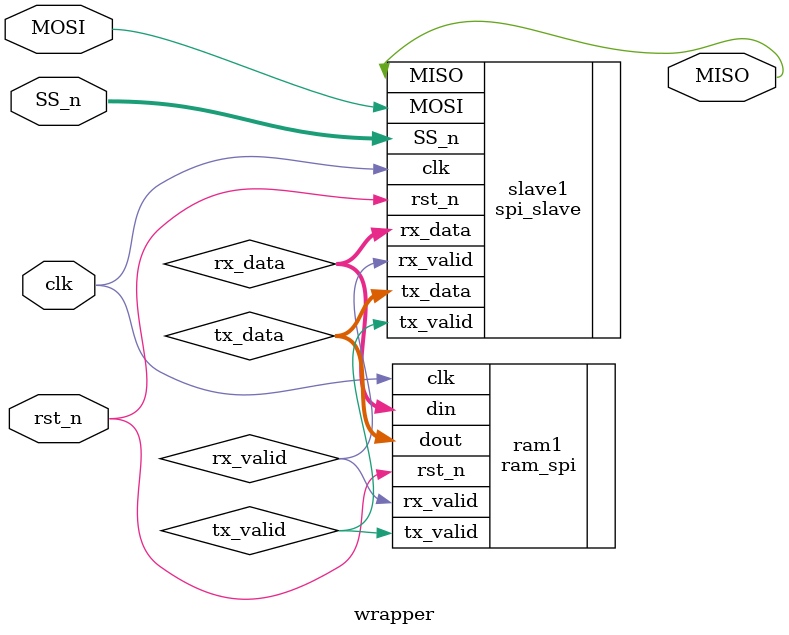
<source format=v>
module wrapper (
    input MOSI,
    input [1:0] SS_n,
    input clk,rst_n,
    output MISO
);
wire [9:0] rx_data;
wire rx_valid;
wire [7:0] tx_data;
wire tx_valid;


ram_spi#(.adder_width(8),.data_width(8)) ram1(
.din(rx_data),
.rx_valid(rx_valid),
.dout(tx_data),
.tx_valid(tx_valid),
.clk(clk),
.rst_n(rst_n)
);



spi_slave slave1(
.rx_data(rx_data),
.rx_valid(rx_valid),
.tx_data(tx_data),
.tx_valid(tx_valid),
.clk(clk),
.rst_n(rst_n),
.MOSI(MOSI),
.SS_n(SS_n),
.MISO(MISO)
);
    
endmodule
</source>
